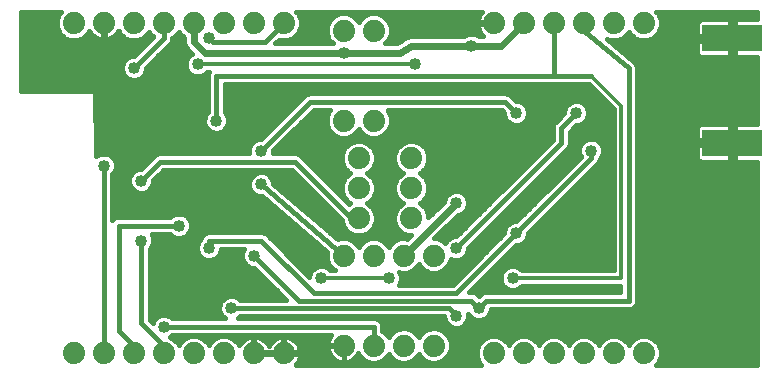
<source format=gbl>
G75*
%MOIN*%
%OFA0B0*%
%FSLAX25Y25*%
%IPPOS*%
%LPD*%
%AMOC8*
5,1,8,0,0,1.08239X$1,22.5*
%
%ADD10R,0.20000X0.09000*%
%ADD11C,0.07400*%
%ADD12C,0.02400*%
%ADD13C,0.04000*%
%ADD14C,0.01600*%
%ADD15C,0.01200*%
D10*
X0321113Y0130433D03*
X0321113Y0165233D03*
D11*
X0101588Y0060333D03*
X0111588Y0060333D03*
X0121588Y0060333D03*
X0131588Y0060333D03*
X0141588Y0060333D03*
X0151588Y0060333D03*
X0161588Y0060333D03*
X0171588Y0060333D03*
X0191588Y0062833D03*
X0201588Y0062833D03*
X0211588Y0062833D03*
X0221588Y0062833D03*
X0241588Y0060333D03*
X0251588Y0060333D03*
X0261588Y0060333D03*
X0271588Y0060333D03*
X0281588Y0060333D03*
X0291588Y0060333D03*
X0221588Y0092833D03*
X0211588Y0092833D03*
X0201588Y0092833D03*
X0191588Y0092833D03*
X0196588Y0105333D03*
X0214088Y0105333D03*
X0214088Y0115333D03*
X0196588Y0115333D03*
X0196588Y0125333D03*
X0214088Y0125333D03*
X0201588Y0137833D03*
X0191588Y0137833D03*
X0191588Y0167833D03*
X0201588Y0167833D03*
X0171588Y0170333D03*
X0161588Y0170333D03*
X0151588Y0170333D03*
X0141588Y0170333D03*
X0131588Y0170333D03*
X0121588Y0170333D03*
X0111588Y0170333D03*
X0101588Y0170333D03*
X0241588Y0170333D03*
X0251588Y0170333D03*
X0261588Y0170333D03*
X0271588Y0170333D03*
X0281588Y0170333D03*
X0291588Y0170333D03*
D12*
X0251588Y0170333D02*
X0244088Y0162833D01*
X0234088Y0162833D01*
X0214088Y0162833D01*
X0210338Y0160333D01*
X0191588Y0160333D01*
X0145338Y0160333D01*
X0141588Y0164083D01*
X0141588Y0170333D01*
X0111588Y0170333D02*
X0111588Y0162833D01*
X0109088Y0160333D01*
X0109088Y0137833D01*
X0139088Y0137833D01*
X0144088Y0132833D01*
X0164088Y0132833D01*
X0179088Y0147833D01*
X0254088Y0147833D01*
X0269088Y0132833D02*
X0279088Y0132833D01*
X0229088Y0110333D02*
X0211588Y0092833D01*
D13*
X0206588Y0085333D03*
X0184088Y0085333D03*
X0161588Y0092833D03*
X0146588Y0095333D03*
X0136588Y0102833D03*
X0124088Y0097833D03*
X0164088Y0116583D03*
X0164088Y0127833D03*
X0149088Y0137833D03*
X0179088Y0147833D03*
X0191588Y0160333D03*
X0215338Y0156583D03*
X0234088Y0162833D03*
X0254088Y0147833D03*
X0249088Y0140333D03*
X0269088Y0140333D03*
X0269088Y0132833D03*
X0274088Y0127833D03*
X0279088Y0132833D03*
X0229088Y0110333D03*
X0249088Y0100333D03*
X0229088Y0095333D03*
X0247838Y0085333D03*
X0236588Y0075333D03*
X0229088Y0072833D03*
X0154088Y0075333D03*
X0131588Y0069083D03*
X0124088Y0117833D03*
X0111588Y0122833D03*
X0121588Y0155333D03*
X0142838Y0156583D03*
X0146588Y0165333D03*
D14*
X0147838Y0164083D01*
X0165338Y0164083D01*
X0171588Y0170333D01*
X0176913Y0172373D02*
X0188067Y0172373D01*
X0188360Y0172666D02*
X0186756Y0171062D01*
X0185888Y0168967D01*
X0185888Y0166700D01*
X0186756Y0164605D01*
X0187827Y0163533D01*
X0168748Y0163533D01*
X0170026Y0164811D01*
X0170455Y0164633D01*
X0172722Y0164633D01*
X0174817Y0165501D01*
X0176421Y0167105D01*
X0177288Y0169200D01*
X0177288Y0171467D01*
X0176421Y0173562D01*
X0175799Y0174183D01*
X0237660Y0174183D01*
X0237393Y0173916D01*
X0236884Y0173216D01*
X0236491Y0172445D01*
X0236224Y0171621D01*
X0236088Y0170766D01*
X0236088Y0170533D01*
X0241388Y0170533D01*
X0241388Y0170133D01*
X0236088Y0170133D01*
X0236088Y0169900D01*
X0236224Y0169045D01*
X0236491Y0168222D01*
X0236884Y0167451D01*
X0237393Y0166750D01*
X0238005Y0166138D01*
X0238150Y0166033D01*
X0236545Y0166033D01*
X0236354Y0166224D01*
X0234884Y0166833D01*
X0233293Y0166833D01*
X0231823Y0166224D01*
X0231632Y0166033D01*
X0214405Y0166033D01*
X0214092Y0166096D01*
X0213775Y0166033D01*
X0213452Y0166033D01*
X0213157Y0165911D01*
X0212843Y0165849D01*
X0212574Y0165670D01*
X0212276Y0165546D01*
X0212050Y0165320D01*
X0209370Y0163533D01*
X0205349Y0163533D01*
X0206421Y0164605D01*
X0207288Y0166700D01*
X0207288Y0168967D01*
X0206421Y0171062D01*
X0204817Y0172666D01*
X0202722Y0173533D01*
X0200455Y0173533D01*
X0198360Y0172666D01*
X0196756Y0171062D01*
X0196588Y0170657D01*
X0196421Y0171062D01*
X0194817Y0172666D01*
X0192722Y0173533D01*
X0190455Y0173533D01*
X0188360Y0172666D01*
X0186637Y0170775D02*
X0177288Y0170775D01*
X0177279Y0169176D02*
X0185975Y0169176D01*
X0185888Y0167578D02*
X0176617Y0167578D01*
X0175295Y0165979D02*
X0186187Y0165979D01*
X0186980Y0164381D02*
X0169595Y0164381D01*
X0176011Y0173972D02*
X0237449Y0173972D01*
X0236468Y0172373D02*
X0205110Y0172373D01*
X0206540Y0170775D02*
X0236090Y0170775D01*
X0236203Y0169176D02*
X0207202Y0169176D01*
X0207288Y0167578D02*
X0236820Y0167578D01*
X0213321Y0165979D02*
X0206990Y0165979D01*
X0206197Y0164381D02*
X0210640Y0164381D01*
X0196637Y0170775D02*
X0196540Y0170775D01*
X0195110Y0172373D02*
X0198067Y0172373D01*
X0149088Y0152833D02*
X0261588Y0152833D01*
X0261588Y0170333D01*
X0271588Y0170333D02*
X0271588Y0167833D01*
X0286588Y0155333D01*
X0286588Y0077833D01*
X0239088Y0077833D01*
X0236588Y0075333D01*
X0234088Y0077833D01*
X0176588Y0077833D01*
X0161588Y0092833D01*
X0157761Y0094046D02*
X0150385Y0094046D01*
X0150588Y0094538D02*
X0149979Y0093068D01*
X0148854Y0091942D01*
X0147384Y0091333D01*
X0145793Y0091333D01*
X0144323Y0091942D01*
X0143197Y0093068D01*
X0142588Y0094538D01*
X0142588Y0096129D01*
X0143197Y0097599D01*
X0143788Y0098190D01*
X0143788Y0098390D01*
X0144215Y0099419D01*
X0145002Y0100207D01*
X0146031Y0100633D01*
X0164645Y0100633D01*
X0165674Y0100207D01*
X0180088Y0085793D01*
X0180088Y0086129D01*
X0180697Y0087599D01*
X0181823Y0088724D01*
X0183293Y0089333D01*
X0184884Y0089333D01*
X0186354Y0088724D01*
X0187145Y0087933D01*
X0188523Y0087933D01*
X0188360Y0088001D01*
X0186756Y0089605D01*
X0185888Y0091700D01*
X0185888Y0093967D01*
X0185916Y0094033D01*
X0164436Y0112583D01*
X0163293Y0112583D01*
X0161823Y0113192D01*
X0160697Y0114318D01*
X0160088Y0115788D01*
X0160088Y0117379D01*
X0160697Y0118849D01*
X0161823Y0119974D01*
X0163293Y0120583D01*
X0164884Y0120583D01*
X0166354Y0119974D01*
X0167479Y0118849D01*
X0168088Y0117379D01*
X0168088Y0116828D01*
X0189655Y0098202D01*
X0190455Y0098533D01*
X0192722Y0098533D01*
X0194817Y0097666D01*
X0196421Y0096062D01*
X0196588Y0095657D01*
X0196756Y0096062D01*
X0198360Y0097666D01*
X0200455Y0098533D01*
X0202722Y0098533D01*
X0204817Y0097666D01*
X0206421Y0096062D01*
X0206588Y0095657D01*
X0206756Y0096062D01*
X0208360Y0097666D01*
X0210455Y0098533D01*
X0212722Y0098533D01*
X0212751Y0098521D01*
X0213863Y0099633D01*
X0212955Y0099633D01*
X0210860Y0100501D01*
X0209256Y0102105D01*
X0208388Y0104200D01*
X0208388Y0106467D01*
X0209256Y0108562D01*
X0210860Y0110166D01*
X0211265Y0110333D01*
X0210860Y0110501D01*
X0209256Y0112105D01*
X0208388Y0114200D01*
X0208388Y0116467D01*
X0209256Y0118562D01*
X0210860Y0120166D01*
X0211265Y0120333D01*
X0210860Y0120501D01*
X0209256Y0122105D01*
X0208388Y0124200D01*
X0208388Y0126467D01*
X0209256Y0128562D01*
X0210860Y0130166D01*
X0212955Y0131033D01*
X0215222Y0131033D01*
X0217317Y0130166D01*
X0218921Y0128562D01*
X0219788Y0126467D01*
X0219788Y0124200D01*
X0218921Y0122105D01*
X0217317Y0120501D01*
X0216912Y0120333D01*
X0217317Y0120166D01*
X0218921Y0118562D01*
X0219788Y0116467D01*
X0219788Y0114200D01*
X0218921Y0112105D01*
X0217317Y0110501D01*
X0216912Y0110333D01*
X0217317Y0110166D01*
X0218921Y0108562D01*
X0219788Y0106467D01*
X0219788Y0105559D01*
X0225088Y0110859D01*
X0225088Y0111129D01*
X0225697Y0112599D01*
X0226823Y0113724D01*
X0228293Y0114333D01*
X0229884Y0114333D01*
X0231354Y0113724D01*
X0232479Y0112599D01*
X0233088Y0111129D01*
X0233088Y0109538D01*
X0232479Y0108068D01*
X0231354Y0106942D01*
X0229884Y0106333D01*
X0229614Y0106333D01*
X0221814Y0098533D01*
X0222722Y0098533D01*
X0224817Y0097666D01*
X0225459Y0097024D01*
X0225697Y0097599D01*
X0226823Y0098724D01*
X0228293Y0099333D01*
X0229129Y0099333D01*
X0261288Y0131493D01*
X0261288Y0135890D01*
X0261715Y0136919D01*
X0262502Y0137707D01*
X0265088Y0140293D01*
X0265088Y0141129D01*
X0265697Y0142599D01*
X0266823Y0143724D01*
X0268293Y0144333D01*
X0269884Y0144333D01*
X0271354Y0143724D01*
X0272479Y0142599D01*
X0273088Y0141129D01*
X0273088Y0139538D01*
X0272479Y0138068D01*
X0271354Y0136942D01*
X0269884Y0136333D01*
X0269048Y0136333D01*
X0266888Y0134174D01*
X0266888Y0129776D01*
X0266462Y0128747D01*
X0233088Y0095374D01*
X0233088Y0094538D01*
X0232479Y0093068D01*
X0231354Y0091942D01*
X0229884Y0091333D01*
X0228293Y0091333D01*
X0227288Y0091749D01*
X0227288Y0091700D01*
X0226421Y0089605D01*
X0224817Y0088001D01*
X0222722Y0087133D01*
X0220455Y0087133D01*
X0218360Y0088001D01*
X0216756Y0089605D01*
X0216588Y0090010D01*
X0216421Y0089605D01*
X0214817Y0088001D01*
X0212722Y0087133D01*
X0210455Y0087133D01*
X0210114Y0087274D01*
X0210588Y0086129D01*
X0210588Y0084538D01*
X0210007Y0083133D01*
X0227929Y0083133D01*
X0245088Y0100293D01*
X0245088Y0101129D01*
X0245697Y0102599D01*
X0246823Y0103724D01*
X0248293Y0104333D01*
X0249129Y0104333D01*
X0270599Y0125804D01*
X0270088Y0127038D01*
X0270088Y0128629D01*
X0270697Y0130099D01*
X0271823Y0131224D01*
X0273293Y0131833D01*
X0274884Y0131833D01*
X0276354Y0131224D01*
X0277479Y0130099D01*
X0278088Y0128629D01*
X0278088Y0127038D01*
X0277479Y0125568D01*
X0276888Y0124976D01*
X0276888Y0124776D01*
X0276462Y0123747D01*
X0275674Y0122960D01*
X0253088Y0100374D01*
X0253088Y0099538D01*
X0252479Y0098068D01*
X0251354Y0096942D01*
X0249884Y0096333D01*
X0249048Y0096333D01*
X0233348Y0080633D01*
X0234645Y0080633D01*
X0235674Y0080207D01*
X0236548Y0079333D01*
X0236629Y0079333D01*
X0237502Y0080207D01*
X0238531Y0080633D01*
X0283788Y0080633D01*
X0283788Y0082733D01*
X0250895Y0082733D01*
X0250104Y0081942D01*
X0248634Y0081333D01*
X0247043Y0081333D01*
X0245573Y0081942D01*
X0244447Y0083068D01*
X0243838Y0084538D01*
X0243838Y0086129D01*
X0244447Y0087599D01*
X0245573Y0088724D01*
X0247043Y0089333D01*
X0248634Y0089333D01*
X0250104Y0088724D01*
X0250895Y0087933D01*
X0281488Y0087933D01*
X0281488Y0141756D01*
X0273211Y0150033D01*
X0151888Y0150033D01*
X0151888Y0140690D01*
X0152479Y0140099D01*
X0153088Y0138629D01*
X0153088Y0137038D01*
X0152479Y0135568D01*
X0151354Y0134442D01*
X0149884Y0133833D01*
X0148293Y0133833D01*
X0146823Y0134442D01*
X0145697Y0135568D01*
X0145088Y0137038D01*
X0145088Y0138629D01*
X0145697Y0140099D01*
X0146288Y0140690D01*
X0146288Y0153390D01*
X0146534Y0153983D01*
X0145895Y0153983D01*
X0145104Y0153192D01*
X0143634Y0152583D01*
X0142043Y0152583D01*
X0140573Y0153192D01*
X0139447Y0154318D01*
X0138838Y0155788D01*
X0138838Y0157379D01*
X0139447Y0158849D01*
X0140573Y0159974D01*
X0140996Y0160150D01*
X0139776Y0161370D01*
X0138876Y0162271D01*
X0138388Y0163447D01*
X0138388Y0165489D01*
X0138360Y0165501D01*
X0136756Y0167105D01*
X0136588Y0167510D01*
X0136421Y0167105D01*
X0134817Y0165501D01*
X0134388Y0165323D01*
X0134388Y0164776D01*
X0133962Y0163747D01*
X0133174Y0162960D01*
X0125588Y0155374D01*
X0125588Y0154538D01*
X0124979Y0153068D01*
X0123854Y0151942D01*
X0122384Y0151333D01*
X0120793Y0151333D01*
X0119323Y0151942D01*
X0118197Y0153068D01*
X0117588Y0154538D01*
X0117588Y0156129D01*
X0118197Y0157599D01*
X0119323Y0158724D01*
X0120793Y0159333D01*
X0121629Y0159333D01*
X0128078Y0165783D01*
X0126756Y0167105D01*
X0126588Y0167510D01*
X0126421Y0167105D01*
X0124817Y0165501D01*
X0122722Y0164633D01*
X0120455Y0164633D01*
X0118360Y0165501D01*
X0116756Y0167105D01*
X0116469Y0167798D01*
X0116292Y0167451D01*
X0115784Y0166750D01*
X0115171Y0166138D01*
X0114471Y0165629D01*
X0113700Y0165236D01*
X0112876Y0164969D01*
X0112021Y0164833D01*
X0111788Y0164833D01*
X0111788Y0170133D01*
X0111388Y0170133D01*
X0111388Y0164833D01*
X0111156Y0164833D01*
X0110300Y0164969D01*
X0109477Y0165236D01*
X0108706Y0165629D01*
X0108005Y0166138D01*
X0107393Y0166750D01*
X0106884Y0167451D01*
X0106708Y0167798D01*
X0106421Y0167105D01*
X0104817Y0165501D01*
X0102722Y0164633D01*
X0100455Y0164633D01*
X0098360Y0165501D01*
X0096756Y0167105D01*
X0095888Y0169200D01*
X0095888Y0171467D01*
X0096756Y0173562D01*
X0097377Y0174183D01*
X0083988Y0174183D01*
X0083988Y0147833D01*
X0109088Y0147833D01*
X0109088Y0125990D01*
X0109323Y0126224D01*
X0110793Y0126833D01*
X0112384Y0126833D01*
X0113854Y0126224D01*
X0114979Y0125099D01*
X0115588Y0123629D01*
X0115588Y0122038D01*
X0114979Y0120568D01*
X0114388Y0119976D01*
X0114388Y0104593D01*
X0115002Y0105207D01*
X0116031Y0105633D01*
X0133732Y0105633D01*
X0134323Y0106224D01*
X0135793Y0106833D01*
X0137384Y0106833D01*
X0138854Y0106224D01*
X0139979Y0105099D01*
X0140588Y0103629D01*
X0140588Y0102038D01*
X0139979Y0100568D01*
X0138854Y0099442D01*
X0137384Y0098833D01*
X0135793Y0098833D01*
X0134323Y0099442D01*
X0133732Y0100033D01*
X0127507Y0100033D01*
X0128088Y0098629D01*
X0128088Y0097038D01*
X0127479Y0095568D01*
X0126888Y0094976D01*
X0126888Y0071493D01*
X0127856Y0070525D01*
X0128197Y0071349D01*
X0129323Y0072474D01*
X0130793Y0073083D01*
X0132384Y0073083D01*
X0133854Y0072474D01*
X0134445Y0071883D01*
X0151965Y0071883D01*
X0151823Y0071942D01*
X0150697Y0073068D01*
X0150088Y0074538D01*
X0150088Y0076129D01*
X0150697Y0077599D01*
X0151823Y0078724D01*
X0153293Y0079333D01*
X0154884Y0079333D01*
X0156354Y0078724D01*
X0156945Y0078133D01*
X0172329Y0078133D01*
X0161629Y0088833D01*
X0160793Y0088833D01*
X0159323Y0089442D01*
X0158197Y0090568D01*
X0157588Y0092038D01*
X0157588Y0093629D01*
X0158170Y0095033D01*
X0150588Y0095033D01*
X0150588Y0094538D01*
X0146588Y0095333D02*
X0146588Y0097833D01*
X0164088Y0097833D01*
X0181588Y0080333D01*
X0227838Y0080333D01*
X0229088Y0080333D01*
X0249088Y0100333D01*
X0274088Y0125333D01*
X0274088Y0127833D01*
X0270330Y0129213D02*
X0266655Y0129213D01*
X0266888Y0130812D02*
X0271410Y0130812D01*
X0270088Y0127615D02*
X0265330Y0127615D01*
X0263731Y0126016D02*
X0270511Y0126016D01*
X0269213Y0124418D02*
X0262133Y0124418D01*
X0260534Y0122819D02*
X0267615Y0122819D01*
X0266016Y0121221D02*
X0258936Y0121221D01*
X0257337Y0119622D02*
X0264418Y0119622D01*
X0262819Y0118024D02*
X0255739Y0118024D01*
X0254140Y0116425D02*
X0261221Y0116425D01*
X0259622Y0114827D02*
X0252542Y0114827D01*
X0250943Y0113228D02*
X0258024Y0113228D01*
X0256425Y0111630D02*
X0249345Y0111630D01*
X0247746Y0110031D02*
X0254827Y0110031D01*
X0253228Y0108433D02*
X0246148Y0108433D01*
X0244549Y0106834D02*
X0251630Y0106834D01*
X0250031Y0105236D02*
X0242951Y0105236D01*
X0241352Y0103637D02*
X0246735Y0103637D01*
X0245465Y0102039D02*
X0239754Y0102039D01*
X0238155Y0100440D02*
X0245088Y0100440D01*
X0243637Y0098842D02*
X0236557Y0098842D01*
X0234958Y0097243D02*
X0242038Y0097243D01*
X0240440Y0095645D02*
X0233359Y0095645D01*
X0232885Y0094046D02*
X0238841Y0094046D01*
X0237243Y0092448D02*
X0231860Y0092448D01*
X0234046Y0089251D02*
X0226067Y0089251D01*
X0226936Y0090849D02*
X0235644Y0090849D01*
X0232447Y0087652D02*
X0223975Y0087652D01*
X0219202Y0087652D02*
X0213975Y0087652D01*
X0216067Y0089251D02*
X0217110Y0089251D01*
X0210588Y0086054D02*
X0230849Y0086054D01*
X0229250Y0084455D02*
X0210554Y0084455D01*
X0226588Y0075333D02*
X0154088Y0075333D01*
X0151159Y0078061D02*
X0126888Y0078061D01*
X0126888Y0076462D02*
X0150227Y0076462D01*
X0150088Y0074864D02*
X0126888Y0074864D01*
X0126888Y0073265D02*
X0150615Y0073265D01*
X0156212Y0071883D02*
X0156354Y0071942D01*
X0156945Y0072533D01*
X0225088Y0072533D01*
X0225088Y0072038D01*
X0225697Y0070568D01*
X0226823Y0069442D01*
X0228293Y0068833D01*
X0229884Y0068833D01*
X0231354Y0069442D01*
X0232479Y0070568D01*
X0233088Y0072038D01*
X0233088Y0073331D01*
X0233197Y0073068D01*
X0234323Y0071942D01*
X0235793Y0071333D01*
X0237384Y0071333D01*
X0238854Y0071942D01*
X0239979Y0073068D01*
X0240588Y0074538D01*
X0240588Y0075033D01*
X0287145Y0075033D01*
X0288174Y0075460D01*
X0288962Y0076247D01*
X0289388Y0077276D01*
X0289388Y0154907D01*
X0289427Y0155032D01*
X0289388Y0155460D01*
X0289388Y0155890D01*
X0289338Y0156011D01*
X0289326Y0156141D01*
X0289127Y0156522D01*
X0288962Y0156919D01*
X0288870Y0157012D01*
X0288809Y0157128D01*
X0288478Y0157403D01*
X0288174Y0157707D01*
X0288054Y0157757D01*
X0279157Y0165171D01*
X0280455Y0164633D01*
X0282722Y0164633D01*
X0284817Y0165501D01*
X0286421Y0167105D01*
X0286588Y0167510D01*
X0286756Y0167105D01*
X0288360Y0165501D01*
X0290455Y0164633D01*
X0292722Y0164633D01*
X0294817Y0165501D01*
X0296421Y0167105D01*
X0297288Y0169200D01*
X0297288Y0171467D01*
X0296421Y0173562D01*
X0295799Y0174183D01*
X0329188Y0174183D01*
X0329188Y0171533D01*
X0321913Y0171533D01*
X0321913Y0166033D01*
X0320313Y0166033D01*
X0320313Y0164433D01*
X0309313Y0164433D01*
X0309313Y0160496D01*
X0309436Y0160039D01*
X0309673Y0159628D01*
X0310008Y0159293D01*
X0310419Y0159056D01*
X0310876Y0158933D01*
X0320313Y0158933D01*
X0320313Y0164433D01*
X0321913Y0164433D01*
X0321913Y0158933D01*
X0329188Y0158933D01*
X0329188Y0136733D01*
X0321913Y0136733D01*
X0321913Y0131233D01*
X0320313Y0131233D01*
X0320313Y0129633D01*
X0309313Y0129633D01*
X0309313Y0125696D01*
X0309436Y0125239D01*
X0309673Y0124828D01*
X0310008Y0124493D01*
X0310419Y0124256D01*
X0310876Y0124133D01*
X0320313Y0124133D01*
X0320313Y0129633D01*
X0321913Y0129633D01*
X0321913Y0124133D01*
X0329188Y0124133D01*
X0329188Y0056483D01*
X0295799Y0056483D01*
X0296421Y0057105D01*
X0297288Y0059200D01*
X0297288Y0061467D01*
X0296421Y0063562D01*
X0294817Y0065166D01*
X0292722Y0066033D01*
X0290455Y0066033D01*
X0288360Y0065166D01*
X0286756Y0063562D01*
X0286588Y0063157D01*
X0286421Y0063562D01*
X0284817Y0065166D01*
X0282722Y0066033D01*
X0280455Y0066033D01*
X0278360Y0065166D01*
X0276756Y0063562D01*
X0276588Y0063157D01*
X0276421Y0063562D01*
X0274817Y0065166D01*
X0272722Y0066033D01*
X0270455Y0066033D01*
X0268360Y0065166D01*
X0266756Y0063562D01*
X0266588Y0063157D01*
X0266421Y0063562D01*
X0264817Y0065166D01*
X0262722Y0066033D01*
X0260455Y0066033D01*
X0258360Y0065166D01*
X0256756Y0063562D01*
X0256588Y0063157D01*
X0256421Y0063562D01*
X0254817Y0065166D01*
X0252722Y0066033D01*
X0250455Y0066033D01*
X0248360Y0065166D01*
X0246756Y0063562D01*
X0246588Y0063157D01*
X0246421Y0063562D01*
X0244817Y0065166D01*
X0242722Y0066033D01*
X0240455Y0066033D01*
X0238360Y0065166D01*
X0236756Y0063562D01*
X0235888Y0061467D01*
X0235888Y0059200D01*
X0236756Y0057105D01*
X0237377Y0056483D01*
X0175517Y0056483D01*
X0175784Y0056750D01*
X0176292Y0057451D01*
X0176685Y0058222D01*
X0176953Y0059045D01*
X0177088Y0059900D01*
X0177088Y0060133D01*
X0171788Y0060133D01*
X0171788Y0060533D01*
X0171388Y0060533D01*
X0171388Y0060133D01*
X0161788Y0060133D01*
X0161788Y0060533D01*
X0161388Y0060533D01*
X0161388Y0065833D01*
X0161156Y0065833D01*
X0160300Y0065698D01*
X0159477Y0065430D01*
X0158706Y0065037D01*
X0158005Y0064528D01*
X0157393Y0063916D01*
X0156884Y0063216D01*
X0156708Y0062869D01*
X0156421Y0063562D01*
X0154817Y0065166D01*
X0152722Y0066033D01*
X0150455Y0066033D01*
X0148360Y0065166D01*
X0146756Y0063562D01*
X0146588Y0063157D01*
X0146421Y0063562D01*
X0144817Y0065166D01*
X0142722Y0066033D01*
X0140455Y0066033D01*
X0138360Y0065166D01*
X0136756Y0063562D01*
X0136588Y0063157D01*
X0136421Y0063562D01*
X0134817Y0065166D01*
X0133700Y0065628D01*
X0133854Y0065692D01*
X0134445Y0066283D01*
X0187297Y0066283D01*
X0186884Y0065716D01*
X0186491Y0064945D01*
X0186224Y0064121D01*
X0186088Y0063266D01*
X0186088Y0062919D01*
X0191502Y0062919D01*
X0191502Y0062747D01*
X0186088Y0062747D01*
X0186088Y0062400D01*
X0186224Y0061545D01*
X0186491Y0060722D01*
X0186884Y0059951D01*
X0187393Y0059250D01*
X0188005Y0058638D01*
X0188706Y0058129D01*
X0189477Y0057736D01*
X0190300Y0057469D01*
X0191156Y0057333D01*
X0191503Y0057333D01*
X0191503Y0062747D01*
X0191674Y0062747D01*
X0191674Y0057333D01*
X0192021Y0057333D01*
X0192876Y0057469D01*
X0193700Y0057736D01*
X0194471Y0058129D01*
X0195171Y0058638D01*
X0195784Y0059250D01*
X0196292Y0059951D01*
X0196469Y0060298D01*
X0196756Y0059605D01*
X0198360Y0058001D01*
X0200455Y0057133D01*
X0202722Y0057133D01*
X0204817Y0058001D01*
X0206421Y0059605D01*
X0206588Y0060010D01*
X0206756Y0059605D01*
X0208360Y0058001D01*
X0210455Y0057133D01*
X0212722Y0057133D01*
X0214817Y0058001D01*
X0216421Y0059605D01*
X0216588Y0060010D01*
X0216756Y0059605D01*
X0218360Y0058001D01*
X0220455Y0057133D01*
X0222722Y0057133D01*
X0224817Y0058001D01*
X0226421Y0059605D01*
X0227288Y0061700D01*
X0227288Y0063967D01*
X0226421Y0066062D01*
X0224817Y0067666D01*
X0222722Y0068533D01*
X0220455Y0068533D01*
X0218360Y0067666D01*
X0216756Y0066062D01*
X0216588Y0065657D01*
X0216421Y0066062D01*
X0214817Y0067666D01*
X0212722Y0068533D01*
X0210455Y0068533D01*
X0208360Y0067666D01*
X0206756Y0066062D01*
X0206588Y0065657D01*
X0206421Y0066062D01*
X0204817Y0067666D01*
X0204388Y0067843D01*
X0204388Y0069640D01*
X0203962Y0070669D01*
X0203174Y0071457D01*
X0202145Y0071883D01*
X0156212Y0071883D01*
X0161788Y0065833D02*
X0161788Y0060533D01*
X0167088Y0060533D01*
X0171388Y0060533D01*
X0171388Y0065833D01*
X0171156Y0065833D01*
X0170300Y0065698D01*
X0169477Y0065430D01*
X0168706Y0065037D01*
X0168005Y0064528D01*
X0167393Y0063916D01*
X0166884Y0063216D01*
X0166588Y0062635D01*
X0166292Y0063216D01*
X0165784Y0063916D01*
X0165171Y0064528D01*
X0164471Y0065037D01*
X0163700Y0065430D01*
X0162876Y0065698D01*
X0162021Y0065833D01*
X0161788Y0065833D01*
X0161788Y0065273D02*
X0161388Y0065273D01*
X0161388Y0063674D02*
X0161788Y0063674D01*
X0161788Y0062076D02*
X0161388Y0062076D01*
X0161788Y0060477D02*
X0171388Y0060477D01*
X0171788Y0060477D02*
X0186616Y0060477D01*
X0186140Y0062076D02*
X0176805Y0062076D01*
X0176685Y0062445D02*
X0176292Y0063216D01*
X0175784Y0063916D01*
X0175171Y0064528D01*
X0174471Y0065037D01*
X0173700Y0065430D01*
X0172876Y0065698D01*
X0172021Y0065833D01*
X0171788Y0065833D01*
X0171788Y0060533D01*
X0177088Y0060533D01*
X0177088Y0060766D01*
X0176953Y0061621D01*
X0176685Y0062445D01*
X0175959Y0063674D02*
X0186153Y0063674D01*
X0186659Y0065273D02*
X0174009Y0065273D01*
X0171788Y0065273D02*
X0171388Y0065273D01*
X0171388Y0063674D02*
X0171788Y0063674D01*
X0171788Y0062076D02*
X0171388Y0062076D01*
X0169168Y0065273D02*
X0164009Y0065273D01*
X0165959Y0063674D02*
X0167217Y0063674D01*
X0159168Y0065273D02*
X0154558Y0065273D01*
X0156308Y0063674D02*
X0157217Y0063674D01*
X0148619Y0065273D02*
X0144558Y0065273D01*
X0146308Y0063674D02*
X0146868Y0063674D01*
X0138619Y0065273D02*
X0134558Y0065273D01*
X0136308Y0063674D02*
X0136868Y0063674D01*
X0131588Y0062833D02*
X0124088Y0070333D01*
X0124088Y0097833D01*
X0128000Y0098842D02*
X0135773Y0098842D01*
X0137404Y0098842D02*
X0143975Y0098842D01*
X0143050Y0097243D02*
X0128088Y0097243D01*
X0127511Y0095645D02*
X0142588Y0095645D01*
X0142792Y0094046D02*
X0126888Y0094046D01*
X0126888Y0092448D02*
X0143817Y0092448D01*
X0149360Y0092448D02*
X0157588Y0092448D01*
X0158081Y0090849D02*
X0126888Y0090849D01*
X0126888Y0089251D02*
X0159785Y0089251D01*
X0162810Y0087652D02*
X0126888Y0087652D01*
X0126888Y0086054D02*
X0164408Y0086054D01*
X0166007Y0084455D02*
X0126888Y0084455D01*
X0126888Y0082857D02*
X0167605Y0082857D01*
X0169204Y0081258D02*
X0126888Y0081258D01*
X0126888Y0079660D02*
X0170802Y0079660D01*
X0179828Y0086054D02*
X0180088Y0086054D01*
X0180750Y0087652D02*
X0178229Y0087652D01*
X0176631Y0089251D02*
X0183093Y0089251D01*
X0185084Y0089251D02*
X0187110Y0089251D01*
X0186241Y0090849D02*
X0175032Y0090849D01*
X0173434Y0092448D02*
X0185888Y0092448D01*
X0185900Y0094046D02*
X0171835Y0094046D01*
X0170237Y0095645D02*
X0184049Y0095645D01*
X0182198Y0097243D02*
X0168638Y0097243D01*
X0167040Y0098842D02*
X0180348Y0098842D01*
X0178497Y0100440D02*
X0165112Y0100440D01*
X0172944Y0105236D02*
X0139843Y0105236D01*
X0140585Y0103637D02*
X0174795Y0103637D01*
X0176646Y0102039D02*
X0140588Y0102039D01*
X0139852Y0100440D02*
X0145565Y0100440D01*
X0136588Y0102833D02*
X0116588Y0102833D01*
X0116588Y0067833D01*
X0121588Y0062833D01*
X0111588Y0062833D02*
X0111588Y0122833D01*
X0115588Y0122819D02*
X0125115Y0122819D01*
X0124129Y0121833D02*
X0123293Y0121833D01*
X0121823Y0121224D01*
X0120697Y0120099D01*
X0120088Y0118629D01*
X0120088Y0117038D01*
X0120697Y0115568D01*
X0121823Y0114442D01*
X0123293Y0113833D01*
X0124884Y0113833D01*
X0126354Y0114442D01*
X0127479Y0115568D01*
X0128088Y0117038D01*
X0128088Y0117874D01*
X0131498Y0121283D01*
X0174179Y0121283D01*
X0190888Y0104574D01*
X0190888Y0104200D01*
X0191756Y0102105D01*
X0193360Y0100501D01*
X0195455Y0099633D01*
X0197722Y0099633D01*
X0199817Y0100501D01*
X0201421Y0102105D01*
X0202288Y0104200D01*
X0202288Y0106467D01*
X0201421Y0108562D01*
X0199817Y0110166D01*
X0199412Y0110333D01*
X0199817Y0110501D01*
X0201421Y0112105D01*
X0202288Y0114200D01*
X0202288Y0116467D01*
X0201421Y0118562D01*
X0199817Y0120166D01*
X0199412Y0120333D01*
X0199817Y0120501D01*
X0201421Y0122105D01*
X0202288Y0124200D01*
X0202288Y0126467D01*
X0201421Y0128562D01*
X0199817Y0130166D01*
X0197722Y0131033D01*
X0195455Y0131033D01*
X0193360Y0130166D01*
X0191756Y0128562D01*
X0190888Y0126467D01*
X0190888Y0124200D01*
X0191756Y0122105D01*
X0193360Y0120501D01*
X0193765Y0120333D01*
X0193360Y0120166D01*
X0191756Y0118562D01*
X0190888Y0116467D01*
X0190888Y0114200D01*
X0191756Y0112105D01*
X0193360Y0110501D01*
X0193765Y0110333D01*
X0193360Y0110166D01*
X0193288Y0110094D01*
X0176924Y0126457D01*
X0175895Y0126883D01*
X0168024Y0126883D01*
X0168088Y0127038D01*
X0168088Y0127874D01*
X0181498Y0141283D01*
X0186977Y0141283D01*
X0186756Y0141062D01*
X0185888Y0138967D01*
X0185888Y0136700D01*
X0186756Y0134605D01*
X0188360Y0133001D01*
X0190455Y0132133D01*
X0192722Y0132133D01*
X0194817Y0133001D01*
X0196421Y0134605D01*
X0196588Y0135010D01*
X0196756Y0134605D01*
X0198360Y0133001D01*
X0200455Y0132133D01*
X0202722Y0132133D01*
X0204817Y0133001D01*
X0206421Y0134605D01*
X0207288Y0136700D01*
X0207288Y0138967D01*
X0206421Y0141062D01*
X0206199Y0141283D01*
X0244179Y0141283D01*
X0245088Y0140374D01*
X0245088Y0139538D01*
X0245697Y0138068D01*
X0246823Y0136942D01*
X0248293Y0136333D01*
X0249884Y0136333D01*
X0251354Y0136942D01*
X0252479Y0138068D01*
X0253088Y0139538D01*
X0253088Y0141129D01*
X0252479Y0142599D01*
X0251354Y0143724D01*
X0249884Y0144333D01*
X0249048Y0144333D01*
X0247712Y0145669D01*
X0246924Y0146457D01*
X0245895Y0146883D01*
X0179781Y0146883D01*
X0178752Y0146457D01*
X0177965Y0145669D01*
X0164129Y0131833D01*
X0163293Y0131833D01*
X0161823Y0131224D01*
X0160697Y0130099D01*
X0160088Y0128629D01*
X0160088Y0127038D01*
X0160152Y0126883D01*
X0129781Y0126883D01*
X0128752Y0126457D01*
X0127965Y0125669D01*
X0124129Y0121833D01*
X0121819Y0121221D02*
X0115250Y0121221D01*
X0114388Y0119622D02*
X0120500Y0119622D01*
X0120088Y0118024D02*
X0114388Y0118024D01*
X0114388Y0116425D02*
X0120342Y0116425D01*
X0121438Y0114827D02*
X0114388Y0114827D01*
X0114388Y0113228D02*
X0161787Y0113228D01*
X0160486Y0114827D02*
X0126739Y0114827D01*
X0127835Y0116425D02*
X0160088Y0116425D01*
X0160355Y0118024D02*
X0128239Y0118024D01*
X0129837Y0119622D02*
X0161471Y0119622D01*
X0166706Y0119622D02*
X0175840Y0119622D01*
X0177438Y0118024D02*
X0167821Y0118024D01*
X0168555Y0116425D02*
X0179037Y0116425D01*
X0180635Y0114827D02*
X0170406Y0114827D01*
X0172257Y0113228D02*
X0182234Y0113228D01*
X0183832Y0111630D02*
X0174108Y0111630D01*
X0175959Y0110031D02*
X0185431Y0110031D01*
X0187029Y0108433D02*
X0177810Y0108433D01*
X0179661Y0106834D02*
X0188628Y0106834D01*
X0190226Y0105236D02*
X0181512Y0105236D01*
X0183362Y0103637D02*
X0191121Y0103637D01*
X0191822Y0102039D02*
X0185213Y0102039D01*
X0187064Y0100440D02*
X0193507Y0100440D01*
X0188915Y0098842D02*
X0213071Y0098842D01*
X0211007Y0100440D02*
X0199670Y0100440D01*
X0201355Y0102039D02*
X0209322Y0102039D01*
X0208621Y0103637D02*
X0202055Y0103637D01*
X0202288Y0105236D02*
X0208388Y0105236D01*
X0208540Y0106834D02*
X0202136Y0106834D01*
X0201474Y0108433D02*
X0209203Y0108433D01*
X0210725Y0110031D02*
X0199952Y0110031D01*
X0200946Y0111630D02*
X0209731Y0111630D01*
X0208791Y0113228D02*
X0201886Y0113228D01*
X0202288Y0114827D02*
X0208388Y0114827D01*
X0208388Y0116425D02*
X0202288Y0116425D01*
X0201644Y0118024D02*
X0209033Y0118024D01*
X0210316Y0119622D02*
X0200360Y0119622D01*
X0200537Y0121221D02*
X0210140Y0121221D01*
X0208960Y0122819D02*
X0201717Y0122819D01*
X0202288Y0124418D02*
X0208388Y0124418D01*
X0208388Y0126016D02*
X0202288Y0126016D01*
X0201813Y0127615D02*
X0208864Y0127615D01*
X0209907Y0129213D02*
X0200769Y0129213D01*
X0198257Y0130812D02*
X0212420Y0130812D01*
X0215757Y0130812D02*
X0260607Y0130812D01*
X0261288Y0132410D02*
X0203391Y0132410D01*
X0205825Y0134009D02*
X0261288Y0134009D01*
X0261288Y0135607D02*
X0206836Y0135607D01*
X0207288Y0137206D02*
X0246559Y0137206D01*
X0245392Y0138804D02*
X0207288Y0138804D01*
X0206694Y0140403D02*
X0245059Y0140403D01*
X0245338Y0144083D02*
X0249088Y0140333D01*
X0252785Y0138804D02*
X0263600Y0138804D01*
X0265088Y0140403D02*
X0253088Y0140403D01*
X0252727Y0142001D02*
X0265450Y0142001D01*
X0266698Y0143600D02*
X0251479Y0143600D01*
X0248183Y0145198D02*
X0278046Y0145198D01*
X0279645Y0143600D02*
X0271479Y0143600D01*
X0272727Y0142001D02*
X0281243Y0142001D01*
X0281488Y0140403D02*
X0273088Y0140403D01*
X0272785Y0138804D02*
X0281488Y0138804D01*
X0281488Y0137206D02*
X0271618Y0137206D01*
X0268322Y0135607D02*
X0281488Y0135607D01*
X0281488Y0134009D02*
X0266888Y0134009D01*
X0266888Y0132410D02*
X0281488Y0132410D01*
X0281488Y0130812D02*
X0276767Y0130812D01*
X0277846Y0129213D02*
X0281488Y0129213D01*
X0281488Y0127615D02*
X0278088Y0127615D01*
X0277665Y0126016D02*
X0281488Y0126016D01*
X0281488Y0124418D02*
X0276740Y0124418D01*
X0275534Y0122819D02*
X0281488Y0122819D01*
X0281488Y0121221D02*
X0273936Y0121221D01*
X0272337Y0119622D02*
X0281488Y0119622D01*
X0281488Y0118024D02*
X0270739Y0118024D01*
X0269140Y0116425D02*
X0281488Y0116425D01*
X0281488Y0114827D02*
X0267542Y0114827D01*
X0265943Y0113228D02*
X0281488Y0113228D01*
X0281488Y0111630D02*
X0264345Y0111630D01*
X0262746Y0110031D02*
X0281488Y0110031D01*
X0281488Y0108433D02*
X0261148Y0108433D01*
X0259549Y0106834D02*
X0281488Y0106834D01*
X0281488Y0105236D02*
X0257951Y0105236D01*
X0256352Y0103637D02*
X0281488Y0103637D01*
X0281488Y0102039D02*
X0254754Y0102039D01*
X0253155Y0100440D02*
X0281488Y0100440D01*
X0281488Y0098842D02*
X0252800Y0098842D01*
X0251655Y0097243D02*
X0281488Y0097243D01*
X0281488Y0095645D02*
X0248359Y0095645D01*
X0246761Y0094046D02*
X0281488Y0094046D01*
X0281488Y0092448D02*
X0245162Y0092448D01*
X0243564Y0090849D02*
X0281488Y0090849D01*
X0281488Y0089251D02*
X0248834Y0089251D01*
X0246843Y0089251D02*
X0241965Y0089251D01*
X0240367Y0087652D02*
X0244500Y0087652D01*
X0243838Y0086054D02*
X0238768Y0086054D01*
X0237170Y0084455D02*
X0243873Y0084455D01*
X0244658Y0082857D02*
X0235571Y0082857D01*
X0233973Y0081258D02*
X0283788Y0081258D01*
X0289388Y0081258D02*
X0329188Y0081258D01*
X0329188Y0079660D02*
X0289388Y0079660D01*
X0289388Y0078061D02*
X0329188Y0078061D01*
X0329188Y0076462D02*
X0289051Y0076462D01*
X0289388Y0082857D02*
X0329188Y0082857D01*
X0329188Y0084455D02*
X0289388Y0084455D01*
X0289388Y0086054D02*
X0329188Y0086054D01*
X0329188Y0087652D02*
X0289388Y0087652D01*
X0289388Y0089251D02*
X0329188Y0089251D01*
X0329188Y0090849D02*
X0289388Y0090849D01*
X0289388Y0092448D02*
X0329188Y0092448D01*
X0329188Y0094046D02*
X0289388Y0094046D01*
X0289388Y0095645D02*
X0329188Y0095645D01*
X0329188Y0097243D02*
X0289388Y0097243D01*
X0289388Y0098842D02*
X0329188Y0098842D01*
X0329188Y0100440D02*
X0289388Y0100440D01*
X0289388Y0102039D02*
X0329188Y0102039D01*
X0329188Y0103637D02*
X0289388Y0103637D01*
X0289388Y0105236D02*
X0329188Y0105236D01*
X0329188Y0106834D02*
X0289388Y0106834D01*
X0289388Y0108433D02*
X0329188Y0108433D01*
X0329188Y0110031D02*
X0289388Y0110031D01*
X0289388Y0111630D02*
X0329188Y0111630D01*
X0329188Y0113228D02*
X0289388Y0113228D01*
X0289388Y0114827D02*
X0329188Y0114827D01*
X0329188Y0116425D02*
X0289388Y0116425D01*
X0289388Y0118024D02*
X0329188Y0118024D01*
X0329188Y0119622D02*
X0289388Y0119622D01*
X0289388Y0121221D02*
X0329188Y0121221D01*
X0329188Y0122819D02*
X0289388Y0122819D01*
X0289388Y0124418D02*
X0310138Y0124418D01*
X0309313Y0126016D02*
X0289388Y0126016D01*
X0289388Y0127615D02*
X0309313Y0127615D01*
X0309313Y0129213D02*
X0289388Y0129213D01*
X0289388Y0130812D02*
X0320313Y0130812D01*
X0320313Y0131233D02*
X0309313Y0131233D01*
X0309313Y0135170D01*
X0309436Y0135628D01*
X0309673Y0136039D01*
X0310008Y0136374D01*
X0310419Y0136611D01*
X0310876Y0136733D01*
X0320313Y0136733D01*
X0320313Y0131233D01*
X0320313Y0132410D02*
X0321913Y0132410D01*
X0321913Y0134009D02*
X0320313Y0134009D01*
X0320313Y0135607D02*
X0321913Y0135607D01*
X0329188Y0137206D02*
X0289388Y0137206D01*
X0289388Y0138804D02*
X0329188Y0138804D01*
X0329188Y0140403D02*
X0289388Y0140403D01*
X0289388Y0142001D02*
X0329188Y0142001D01*
X0329188Y0143600D02*
X0289388Y0143600D01*
X0289388Y0145198D02*
X0329188Y0145198D01*
X0329188Y0146797D02*
X0289388Y0146797D01*
X0289388Y0148395D02*
X0329188Y0148395D01*
X0329188Y0149994D02*
X0289388Y0149994D01*
X0289388Y0151593D02*
X0329188Y0151593D01*
X0329188Y0153191D02*
X0289388Y0153191D01*
X0289388Y0154790D02*
X0329188Y0154790D01*
X0329188Y0156388D02*
X0289197Y0156388D01*
X0287778Y0157987D02*
X0329188Y0157987D01*
X0321913Y0159585D02*
X0320313Y0159585D01*
X0320313Y0161184D02*
X0321913Y0161184D01*
X0321913Y0162782D02*
X0320313Y0162782D01*
X0320313Y0164381D02*
X0321913Y0164381D01*
X0320313Y0165979D02*
X0295295Y0165979D01*
X0296617Y0167578D02*
X0309313Y0167578D01*
X0309313Y0166033D02*
X0320313Y0166033D01*
X0320313Y0171533D01*
X0310876Y0171533D01*
X0310419Y0171411D01*
X0310008Y0171174D01*
X0309673Y0170839D01*
X0309436Y0170428D01*
X0309313Y0169970D01*
X0309313Y0166033D01*
X0309313Y0164381D02*
X0280105Y0164381D01*
X0282024Y0162782D02*
X0309313Y0162782D01*
X0309313Y0161184D02*
X0283942Y0161184D01*
X0285860Y0159585D02*
X0309716Y0159585D01*
X0320313Y0167578D02*
X0321913Y0167578D01*
X0321913Y0169176D02*
X0320313Y0169176D01*
X0320313Y0170775D02*
X0321913Y0170775D01*
X0329188Y0172373D02*
X0296913Y0172373D01*
X0297288Y0170775D02*
X0309636Y0170775D01*
X0309313Y0169176D02*
X0297279Y0169176D01*
X0287882Y0165979D02*
X0285295Y0165979D01*
X0296011Y0173972D02*
X0329188Y0173972D01*
X0274088Y0152833D02*
X0261588Y0152833D01*
X0273251Y0149994D02*
X0151888Y0149994D01*
X0151888Y0148395D02*
X0274849Y0148395D01*
X0276448Y0146797D02*
X0246104Y0146797D01*
X0245338Y0144083D02*
X0180338Y0144083D01*
X0164088Y0127833D01*
X0160330Y0129213D02*
X0109088Y0129213D01*
X0109088Y0127615D02*
X0160088Y0127615D01*
X0161410Y0130812D02*
X0109088Y0130812D01*
X0109088Y0132410D02*
X0164706Y0132410D01*
X0166304Y0134009D02*
X0150308Y0134009D01*
X0147869Y0134009D02*
X0109088Y0134009D01*
X0109088Y0135607D02*
X0145681Y0135607D01*
X0145088Y0137206D02*
X0109088Y0137206D01*
X0109088Y0138804D02*
X0145161Y0138804D01*
X0146001Y0140403D02*
X0109088Y0140403D01*
X0109088Y0142001D02*
X0146288Y0142001D01*
X0146288Y0143600D02*
X0109088Y0143600D01*
X0109088Y0145198D02*
X0146288Y0145198D01*
X0146288Y0146797D02*
X0109088Y0146797D01*
X0120167Y0151593D02*
X0083988Y0151593D01*
X0083988Y0153191D02*
X0118146Y0153191D01*
X0117588Y0154790D02*
X0083988Y0154790D01*
X0083988Y0156388D02*
X0117696Y0156388D01*
X0118585Y0157987D02*
X0083988Y0157987D01*
X0083988Y0159585D02*
X0121880Y0159585D01*
X0123479Y0161184D02*
X0083988Y0161184D01*
X0083988Y0162782D02*
X0125077Y0162782D01*
X0126676Y0164381D02*
X0083988Y0164381D01*
X0083988Y0165979D02*
X0097882Y0165979D01*
X0096560Y0167578D02*
X0083988Y0167578D01*
X0083988Y0169176D02*
X0095898Y0169176D01*
X0095888Y0170775D02*
X0083988Y0170775D01*
X0083988Y0172373D02*
X0096264Y0172373D01*
X0097166Y0173972D02*
X0083988Y0173972D01*
X0105295Y0165979D02*
X0108224Y0165979D01*
X0106820Y0167578D02*
X0106617Y0167578D01*
X0111388Y0167578D02*
X0111788Y0167578D01*
X0111788Y0169176D02*
X0111388Y0169176D01*
X0111388Y0165979D02*
X0111788Y0165979D01*
X0114952Y0165979D02*
X0117882Y0165979D01*
X0116560Y0167578D02*
X0116357Y0167578D01*
X0125295Y0165979D02*
X0127882Y0165979D01*
X0131588Y0165333D02*
X0131588Y0170333D01*
X0135295Y0165979D02*
X0137882Y0165979D01*
X0138388Y0164381D02*
X0134224Y0164381D01*
X0132997Y0162782D02*
X0138664Y0162782D01*
X0139963Y0161184D02*
X0131398Y0161184D01*
X0129800Y0159585D02*
X0140183Y0159585D01*
X0139090Y0157987D02*
X0128201Y0157987D01*
X0126603Y0156388D02*
X0138838Y0156388D01*
X0139252Y0154790D02*
X0125588Y0154790D01*
X0125031Y0153191D02*
X0140576Y0153191D01*
X0145101Y0153191D02*
X0146288Y0153191D01*
X0146288Y0151593D02*
X0123010Y0151593D01*
X0121588Y0155333D02*
X0131588Y0165333D01*
X0149088Y0152833D02*
X0149088Y0137833D01*
X0152176Y0140403D02*
X0172698Y0140403D01*
X0171100Y0138804D02*
X0153016Y0138804D01*
X0153088Y0137206D02*
X0169501Y0137206D01*
X0167903Y0135607D02*
X0152496Y0135607D01*
X0151888Y0142001D02*
X0174297Y0142001D01*
X0175895Y0143600D02*
X0151888Y0143600D01*
X0151888Y0145198D02*
X0177494Y0145198D01*
X0179573Y0146797D02*
X0151888Y0146797D01*
X0146288Y0148395D02*
X0083988Y0148395D01*
X0083988Y0149994D02*
X0146288Y0149994D01*
X0175822Y0135607D02*
X0186341Y0135607D01*
X0185888Y0137206D02*
X0177421Y0137206D01*
X0179019Y0138804D02*
X0185888Y0138804D01*
X0186483Y0140403D02*
X0180618Y0140403D01*
X0174224Y0134009D02*
X0187352Y0134009D01*
X0189786Y0132410D02*
X0172625Y0132410D01*
X0171027Y0130812D02*
X0194920Y0130812D01*
X0193391Y0132410D02*
X0199786Y0132410D01*
X0197352Y0134009D02*
X0195825Y0134009D01*
X0192407Y0129213D02*
X0169428Y0129213D01*
X0168088Y0127615D02*
X0191364Y0127615D01*
X0190888Y0126016D02*
X0177365Y0126016D01*
X0178964Y0124418D02*
X0190888Y0124418D01*
X0191460Y0122819D02*
X0180562Y0122819D01*
X0182161Y0121221D02*
X0192640Y0121221D01*
X0192816Y0119622D02*
X0183759Y0119622D01*
X0185358Y0118024D02*
X0191533Y0118024D01*
X0190888Y0116425D02*
X0186956Y0116425D01*
X0188555Y0114827D02*
X0190888Y0114827D01*
X0191291Y0113228D02*
X0190153Y0113228D01*
X0191752Y0111630D02*
X0192231Y0111630D01*
X0194088Y0105333D02*
X0175338Y0124083D01*
X0130338Y0124083D01*
X0124088Y0117833D01*
X0131436Y0121221D02*
X0174241Y0121221D01*
X0164088Y0116583D02*
X0191588Y0092833D01*
X0195240Y0097243D02*
X0197937Y0097243D01*
X0205240Y0097243D02*
X0207937Y0097243D01*
X0222122Y0098842D02*
X0227106Y0098842D01*
X0225550Y0097243D02*
X0225240Y0097243D01*
X0229088Y0095333D02*
X0264088Y0130333D01*
X0264088Y0135333D01*
X0269088Y0140333D01*
X0262001Y0137206D02*
X0251618Y0137206D01*
X0259009Y0129213D02*
X0218269Y0129213D01*
X0219313Y0127615D02*
X0257410Y0127615D01*
X0255812Y0126016D02*
X0219788Y0126016D01*
X0219788Y0124418D02*
X0254213Y0124418D01*
X0252615Y0122819D02*
X0219217Y0122819D01*
X0218037Y0121221D02*
X0251016Y0121221D01*
X0249418Y0119622D02*
X0217860Y0119622D01*
X0219144Y0118024D02*
X0247819Y0118024D01*
X0246221Y0116425D02*
X0219788Y0116425D01*
X0219788Y0114827D02*
X0244622Y0114827D01*
X0243024Y0113228D02*
X0231850Y0113228D01*
X0232881Y0111630D02*
X0241425Y0111630D01*
X0239827Y0110031D02*
X0233088Y0110031D01*
X0232631Y0108433D02*
X0238228Y0108433D01*
X0236629Y0106834D02*
X0231093Y0106834D01*
X0228516Y0105236D02*
X0235031Y0105236D01*
X0233432Y0103637D02*
X0226918Y0103637D01*
X0225319Y0102039D02*
X0231834Y0102039D01*
X0230235Y0100440D02*
X0223721Y0100440D01*
X0221064Y0106834D02*
X0219636Y0106834D01*
X0218974Y0108433D02*
X0222662Y0108433D01*
X0224261Y0110031D02*
X0217452Y0110031D01*
X0218446Y0111630D02*
X0225296Y0111630D01*
X0226326Y0113228D02*
X0219386Y0113228D01*
X0171093Y0106834D02*
X0114388Y0106834D01*
X0114388Y0105236D02*
X0115071Y0105236D01*
X0114388Y0108433D02*
X0169242Y0108433D01*
X0167391Y0110031D02*
X0114388Y0110031D01*
X0114388Y0111630D02*
X0165540Y0111630D01*
X0128312Y0126016D02*
X0114062Y0126016D01*
X0115262Y0124418D02*
X0126713Y0124418D01*
X0109115Y0126016D02*
X0109088Y0126016D01*
X0226588Y0075333D02*
X0229088Y0072833D01*
X0226196Y0070068D02*
X0204211Y0070068D01*
X0204388Y0068470D02*
X0210302Y0068470D01*
X0212875Y0068470D02*
X0220302Y0068470D01*
X0222875Y0068470D02*
X0329188Y0068470D01*
X0329188Y0070068D02*
X0231980Y0070068D01*
X0232935Y0071667D02*
X0234987Y0071667D01*
X0233115Y0073265D02*
X0233088Y0073265D01*
X0238189Y0071667D02*
X0329188Y0071667D01*
X0329188Y0073265D02*
X0240061Y0073265D01*
X0240588Y0074864D02*
X0329188Y0074864D01*
X0329188Y0066871D02*
X0225611Y0066871D01*
X0226748Y0065273D02*
X0238619Y0065273D01*
X0236868Y0063674D02*
X0227288Y0063674D01*
X0227288Y0062076D02*
X0236141Y0062076D01*
X0235888Y0060477D02*
X0226782Y0060477D01*
X0225695Y0058879D02*
X0236021Y0058879D01*
X0236683Y0057280D02*
X0223077Y0057280D01*
X0220100Y0057280D02*
X0213077Y0057280D01*
X0210100Y0057280D02*
X0203077Y0057280D01*
X0200100Y0057280D02*
X0176169Y0057280D01*
X0176899Y0058879D02*
X0187765Y0058879D01*
X0191503Y0058879D02*
X0191674Y0058879D01*
X0191674Y0060477D02*
X0191503Y0060477D01*
X0191503Y0062076D02*
X0191674Y0062076D01*
X0195412Y0058879D02*
X0197482Y0058879D01*
X0201588Y0062833D02*
X0201588Y0069083D01*
X0131588Y0069083D01*
X0128515Y0071667D02*
X0126888Y0071667D01*
X0202668Y0071667D02*
X0225242Y0071667D01*
X0217565Y0066871D02*
X0215611Y0066871D01*
X0207565Y0066871D02*
X0205611Y0066871D01*
X0205695Y0058879D02*
X0207482Y0058879D01*
X0215695Y0058879D02*
X0217482Y0058879D01*
X0244558Y0065273D02*
X0248619Y0065273D01*
X0246868Y0063674D02*
X0246308Y0063674D01*
X0254558Y0065273D02*
X0258619Y0065273D01*
X0256868Y0063674D02*
X0256308Y0063674D01*
X0264558Y0065273D02*
X0268619Y0065273D01*
X0266868Y0063674D02*
X0266308Y0063674D01*
X0274558Y0065273D02*
X0278619Y0065273D01*
X0276868Y0063674D02*
X0276308Y0063674D01*
X0284558Y0065273D02*
X0288619Y0065273D01*
X0286868Y0063674D02*
X0286308Y0063674D01*
X0294558Y0065273D02*
X0329188Y0065273D01*
X0329188Y0063674D02*
X0296308Y0063674D01*
X0297036Y0062076D02*
X0329188Y0062076D01*
X0329188Y0060477D02*
X0297288Y0060477D01*
X0297156Y0058879D02*
X0329188Y0058879D01*
X0329188Y0057280D02*
X0296493Y0057280D01*
X0236955Y0079660D02*
X0236222Y0079660D01*
X0320313Y0124418D02*
X0321913Y0124418D01*
X0321913Y0126016D02*
X0320313Y0126016D01*
X0320313Y0127615D02*
X0321913Y0127615D01*
X0321913Y0129213D02*
X0320313Y0129213D01*
X0309313Y0132410D02*
X0289388Y0132410D01*
X0289388Y0134009D02*
X0309313Y0134009D01*
X0309431Y0135607D02*
X0289388Y0135607D01*
D15*
X0284088Y0142833D02*
X0284088Y0085333D01*
X0247838Y0085333D01*
X0206588Y0085333D02*
X0184088Y0085333D01*
X0194088Y0105333D02*
X0196588Y0105333D01*
X0274088Y0152833D02*
X0284088Y0142833D01*
X0215338Y0156583D02*
X0142838Y0156583D01*
X0131588Y0062833D02*
X0131588Y0060333D01*
X0121588Y0060333D02*
X0121588Y0062833D01*
X0111588Y0062833D02*
X0111588Y0060333D01*
M02*

</source>
